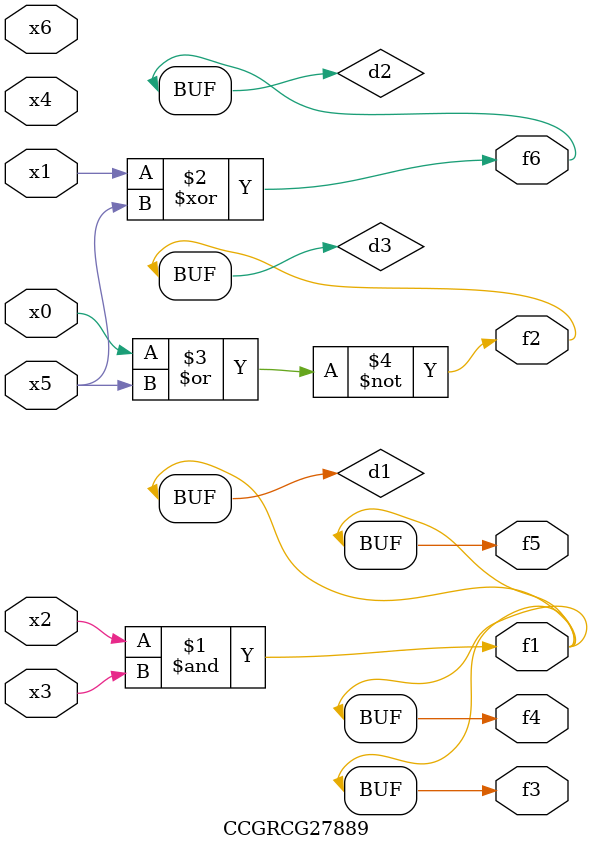
<source format=v>
module CCGRCG27889(
	input x0, x1, x2, x3, x4, x5, x6,
	output f1, f2, f3, f4, f5, f6
);

	wire d1, d2, d3;

	and (d1, x2, x3);
	xor (d2, x1, x5);
	nor (d3, x0, x5);
	assign f1 = d1;
	assign f2 = d3;
	assign f3 = d1;
	assign f4 = d1;
	assign f5 = d1;
	assign f6 = d2;
endmodule

</source>
